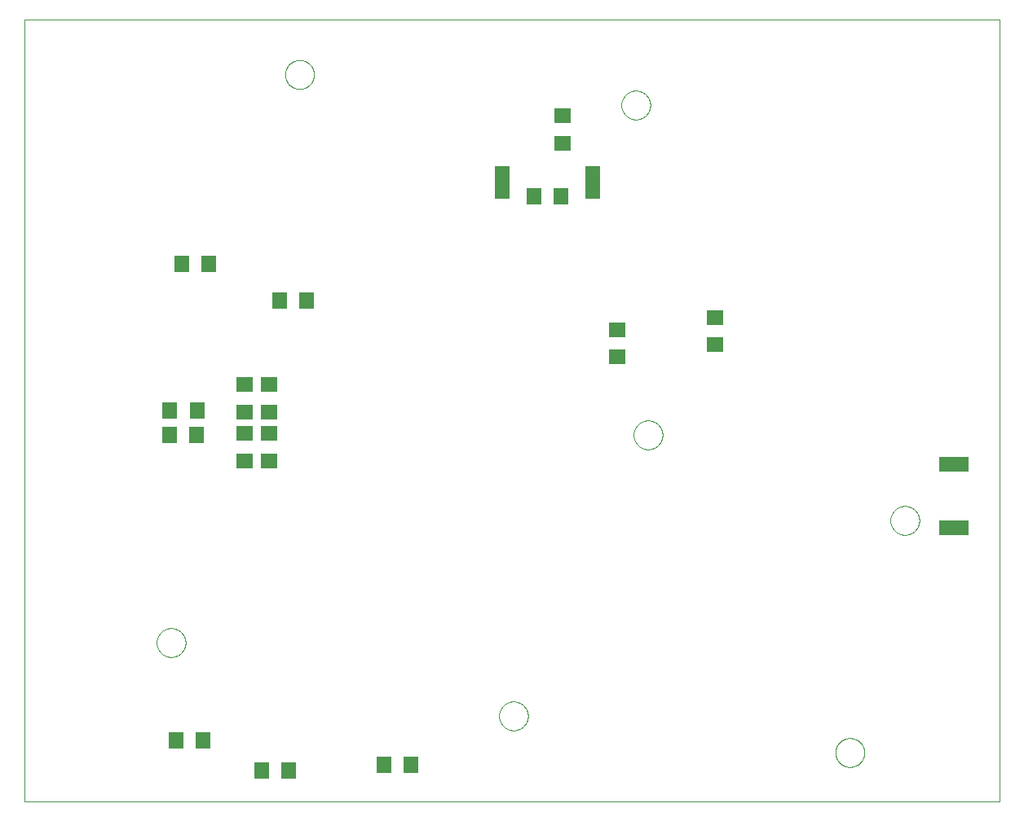
<source format=gbp>
G75*
%MOIN*%
%OFA0B0*%
%FSLAX25Y25*%
%IPPOS*%
%LPD*%
%AMOC8*
5,1,8,0,0,1.08239X$1,22.5*
%
%ADD10C,0.00000*%
%ADD11R,0.06299X0.07087*%
%ADD12R,0.07087X0.06299*%
%ADD13R,0.07098X0.06299*%
%ADD14R,0.06299X0.07098*%
%ADD15R,0.06000X0.13386*%
%ADD16R,0.12400X0.06100*%
D10*
X0005000Y0037627D02*
X0005000Y0357588D01*
X0403701Y0357588D01*
X0403701Y0037627D01*
X0005000Y0037627D01*
X0059094Y0102627D02*
X0059096Y0102780D01*
X0059102Y0102934D01*
X0059112Y0103087D01*
X0059126Y0103239D01*
X0059144Y0103392D01*
X0059166Y0103543D01*
X0059191Y0103694D01*
X0059221Y0103845D01*
X0059255Y0103995D01*
X0059292Y0104143D01*
X0059333Y0104291D01*
X0059378Y0104437D01*
X0059427Y0104583D01*
X0059480Y0104727D01*
X0059536Y0104869D01*
X0059596Y0105010D01*
X0059660Y0105150D01*
X0059727Y0105288D01*
X0059798Y0105424D01*
X0059873Y0105558D01*
X0059950Y0105690D01*
X0060032Y0105820D01*
X0060116Y0105948D01*
X0060204Y0106074D01*
X0060295Y0106197D01*
X0060389Y0106318D01*
X0060487Y0106436D01*
X0060587Y0106552D01*
X0060691Y0106665D01*
X0060797Y0106776D01*
X0060906Y0106884D01*
X0061018Y0106989D01*
X0061132Y0107090D01*
X0061250Y0107189D01*
X0061369Y0107285D01*
X0061491Y0107378D01*
X0061616Y0107467D01*
X0061743Y0107554D01*
X0061872Y0107636D01*
X0062003Y0107716D01*
X0062136Y0107792D01*
X0062271Y0107865D01*
X0062408Y0107934D01*
X0062547Y0107999D01*
X0062687Y0108061D01*
X0062829Y0108119D01*
X0062972Y0108174D01*
X0063117Y0108225D01*
X0063263Y0108272D01*
X0063410Y0108315D01*
X0063558Y0108354D01*
X0063707Y0108390D01*
X0063857Y0108421D01*
X0064008Y0108449D01*
X0064159Y0108473D01*
X0064312Y0108493D01*
X0064464Y0108509D01*
X0064617Y0108521D01*
X0064770Y0108529D01*
X0064923Y0108533D01*
X0065077Y0108533D01*
X0065230Y0108529D01*
X0065383Y0108521D01*
X0065536Y0108509D01*
X0065688Y0108493D01*
X0065841Y0108473D01*
X0065992Y0108449D01*
X0066143Y0108421D01*
X0066293Y0108390D01*
X0066442Y0108354D01*
X0066590Y0108315D01*
X0066737Y0108272D01*
X0066883Y0108225D01*
X0067028Y0108174D01*
X0067171Y0108119D01*
X0067313Y0108061D01*
X0067453Y0107999D01*
X0067592Y0107934D01*
X0067729Y0107865D01*
X0067864Y0107792D01*
X0067997Y0107716D01*
X0068128Y0107636D01*
X0068257Y0107554D01*
X0068384Y0107467D01*
X0068509Y0107378D01*
X0068631Y0107285D01*
X0068750Y0107189D01*
X0068868Y0107090D01*
X0068982Y0106989D01*
X0069094Y0106884D01*
X0069203Y0106776D01*
X0069309Y0106665D01*
X0069413Y0106552D01*
X0069513Y0106436D01*
X0069611Y0106318D01*
X0069705Y0106197D01*
X0069796Y0106074D01*
X0069884Y0105948D01*
X0069968Y0105820D01*
X0070050Y0105690D01*
X0070127Y0105558D01*
X0070202Y0105424D01*
X0070273Y0105288D01*
X0070340Y0105150D01*
X0070404Y0105010D01*
X0070464Y0104869D01*
X0070520Y0104727D01*
X0070573Y0104583D01*
X0070622Y0104437D01*
X0070667Y0104291D01*
X0070708Y0104143D01*
X0070745Y0103995D01*
X0070779Y0103845D01*
X0070809Y0103694D01*
X0070834Y0103543D01*
X0070856Y0103392D01*
X0070874Y0103239D01*
X0070888Y0103087D01*
X0070898Y0102934D01*
X0070904Y0102780D01*
X0070906Y0102627D01*
X0070904Y0102474D01*
X0070898Y0102320D01*
X0070888Y0102167D01*
X0070874Y0102015D01*
X0070856Y0101862D01*
X0070834Y0101711D01*
X0070809Y0101560D01*
X0070779Y0101409D01*
X0070745Y0101259D01*
X0070708Y0101111D01*
X0070667Y0100963D01*
X0070622Y0100817D01*
X0070573Y0100671D01*
X0070520Y0100527D01*
X0070464Y0100385D01*
X0070404Y0100244D01*
X0070340Y0100104D01*
X0070273Y0099966D01*
X0070202Y0099830D01*
X0070127Y0099696D01*
X0070050Y0099564D01*
X0069968Y0099434D01*
X0069884Y0099306D01*
X0069796Y0099180D01*
X0069705Y0099057D01*
X0069611Y0098936D01*
X0069513Y0098818D01*
X0069413Y0098702D01*
X0069309Y0098589D01*
X0069203Y0098478D01*
X0069094Y0098370D01*
X0068982Y0098265D01*
X0068868Y0098164D01*
X0068750Y0098065D01*
X0068631Y0097969D01*
X0068509Y0097876D01*
X0068384Y0097787D01*
X0068257Y0097700D01*
X0068128Y0097618D01*
X0067997Y0097538D01*
X0067864Y0097462D01*
X0067729Y0097389D01*
X0067592Y0097320D01*
X0067453Y0097255D01*
X0067313Y0097193D01*
X0067171Y0097135D01*
X0067028Y0097080D01*
X0066883Y0097029D01*
X0066737Y0096982D01*
X0066590Y0096939D01*
X0066442Y0096900D01*
X0066293Y0096864D01*
X0066143Y0096833D01*
X0065992Y0096805D01*
X0065841Y0096781D01*
X0065688Y0096761D01*
X0065536Y0096745D01*
X0065383Y0096733D01*
X0065230Y0096725D01*
X0065077Y0096721D01*
X0064923Y0096721D01*
X0064770Y0096725D01*
X0064617Y0096733D01*
X0064464Y0096745D01*
X0064312Y0096761D01*
X0064159Y0096781D01*
X0064008Y0096805D01*
X0063857Y0096833D01*
X0063707Y0096864D01*
X0063558Y0096900D01*
X0063410Y0096939D01*
X0063263Y0096982D01*
X0063117Y0097029D01*
X0062972Y0097080D01*
X0062829Y0097135D01*
X0062687Y0097193D01*
X0062547Y0097255D01*
X0062408Y0097320D01*
X0062271Y0097389D01*
X0062136Y0097462D01*
X0062003Y0097538D01*
X0061872Y0097618D01*
X0061743Y0097700D01*
X0061616Y0097787D01*
X0061491Y0097876D01*
X0061369Y0097969D01*
X0061250Y0098065D01*
X0061132Y0098164D01*
X0061018Y0098265D01*
X0060906Y0098370D01*
X0060797Y0098478D01*
X0060691Y0098589D01*
X0060587Y0098702D01*
X0060487Y0098818D01*
X0060389Y0098936D01*
X0060295Y0099057D01*
X0060204Y0099180D01*
X0060116Y0099306D01*
X0060032Y0099434D01*
X0059950Y0099564D01*
X0059873Y0099696D01*
X0059798Y0099830D01*
X0059727Y0099966D01*
X0059660Y0100104D01*
X0059596Y0100244D01*
X0059536Y0100385D01*
X0059480Y0100527D01*
X0059427Y0100671D01*
X0059378Y0100817D01*
X0059333Y0100963D01*
X0059292Y0101111D01*
X0059255Y0101259D01*
X0059221Y0101409D01*
X0059191Y0101560D01*
X0059166Y0101711D01*
X0059144Y0101862D01*
X0059126Y0102015D01*
X0059112Y0102167D01*
X0059102Y0102320D01*
X0059096Y0102474D01*
X0059094Y0102627D01*
X0199094Y0072627D02*
X0199096Y0072780D01*
X0199102Y0072934D01*
X0199112Y0073087D01*
X0199126Y0073239D01*
X0199144Y0073392D01*
X0199166Y0073543D01*
X0199191Y0073694D01*
X0199221Y0073845D01*
X0199255Y0073995D01*
X0199292Y0074143D01*
X0199333Y0074291D01*
X0199378Y0074437D01*
X0199427Y0074583D01*
X0199480Y0074727D01*
X0199536Y0074869D01*
X0199596Y0075010D01*
X0199660Y0075150D01*
X0199727Y0075288D01*
X0199798Y0075424D01*
X0199873Y0075558D01*
X0199950Y0075690D01*
X0200032Y0075820D01*
X0200116Y0075948D01*
X0200204Y0076074D01*
X0200295Y0076197D01*
X0200389Y0076318D01*
X0200487Y0076436D01*
X0200587Y0076552D01*
X0200691Y0076665D01*
X0200797Y0076776D01*
X0200906Y0076884D01*
X0201018Y0076989D01*
X0201132Y0077090D01*
X0201250Y0077189D01*
X0201369Y0077285D01*
X0201491Y0077378D01*
X0201616Y0077467D01*
X0201743Y0077554D01*
X0201872Y0077636D01*
X0202003Y0077716D01*
X0202136Y0077792D01*
X0202271Y0077865D01*
X0202408Y0077934D01*
X0202547Y0077999D01*
X0202687Y0078061D01*
X0202829Y0078119D01*
X0202972Y0078174D01*
X0203117Y0078225D01*
X0203263Y0078272D01*
X0203410Y0078315D01*
X0203558Y0078354D01*
X0203707Y0078390D01*
X0203857Y0078421D01*
X0204008Y0078449D01*
X0204159Y0078473D01*
X0204312Y0078493D01*
X0204464Y0078509D01*
X0204617Y0078521D01*
X0204770Y0078529D01*
X0204923Y0078533D01*
X0205077Y0078533D01*
X0205230Y0078529D01*
X0205383Y0078521D01*
X0205536Y0078509D01*
X0205688Y0078493D01*
X0205841Y0078473D01*
X0205992Y0078449D01*
X0206143Y0078421D01*
X0206293Y0078390D01*
X0206442Y0078354D01*
X0206590Y0078315D01*
X0206737Y0078272D01*
X0206883Y0078225D01*
X0207028Y0078174D01*
X0207171Y0078119D01*
X0207313Y0078061D01*
X0207453Y0077999D01*
X0207592Y0077934D01*
X0207729Y0077865D01*
X0207864Y0077792D01*
X0207997Y0077716D01*
X0208128Y0077636D01*
X0208257Y0077554D01*
X0208384Y0077467D01*
X0208509Y0077378D01*
X0208631Y0077285D01*
X0208750Y0077189D01*
X0208868Y0077090D01*
X0208982Y0076989D01*
X0209094Y0076884D01*
X0209203Y0076776D01*
X0209309Y0076665D01*
X0209413Y0076552D01*
X0209513Y0076436D01*
X0209611Y0076318D01*
X0209705Y0076197D01*
X0209796Y0076074D01*
X0209884Y0075948D01*
X0209968Y0075820D01*
X0210050Y0075690D01*
X0210127Y0075558D01*
X0210202Y0075424D01*
X0210273Y0075288D01*
X0210340Y0075150D01*
X0210404Y0075010D01*
X0210464Y0074869D01*
X0210520Y0074727D01*
X0210573Y0074583D01*
X0210622Y0074437D01*
X0210667Y0074291D01*
X0210708Y0074143D01*
X0210745Y0073995D01*
X0210779Y0073845D01*
X0210809Y0073694D01*
X0210834Y0073543D01*
X0210856Y0073392D01*
X0210874Y0073239D01*
X0210888Y0073087D01*
X0210898Y0072934D01*
X0210904Y0072780D01*
X0210906Y0072627D01*
X0210904Y0072474D01*
X0210898Y0072320D01*
X0210888Y0072167D01*
X0210874Y0072015D01*
X0210856Y0071862D01*
X0210834Y0071711D01*
X0210809Y0071560D01*
X0210779Y0071409D01*
X0210745Y0071259D01*
X0210708Y0071111D01*
X0210667Y0070963D01*
X0210622Y0070817D01*
X0210573Y0070671D01*
X0210520Y0070527D01*
X0210464Y0070385D01*
X0210404Y0070244D01*
X0210340Y0070104D01*
X0210273Y0069966D01*
X0210202Y0069830D01*
X0210127Y0069696D01*
X0210050Y0069564D01*
X0209968Y0069434D01*
X0209884Y0069306D01*
X0209796Y0069180D01*
X0209705Y0069057D01*
X0209611Y0068936D01*
X0209513Y0068818D01*
X0209413Y0068702D01*
X0209309Y0068589D01*
X0209203Y0068478D01*
X0209094Y0068370D01*
X0208982Y0068265D01*
X0208868Y0068164D01*
X0208750Y0068065D01*
X0208631Y0067969D01*
X0208509Y0067876D01*
X0208384Y0067787D01*
X0208257Y0067700D01*
X0208128Y0067618D01*
X0207997Y0067538D01*
X0207864Y0067462D01*
X0207729Y0067389D01*
X0207592Y0067320D01*
X0207453Y0067255D01*
X0207313Y0067193D01*
X0207171Y0067135D01*
X0207028Y0067080D01*
X0206883Y0067029D01*
X0206737Y0066982D01*
X0206590Y0066939D01*
X0206442Y0066900D01*
X0206293Y0066864D01*
X0206143Y0066833D01*
X0205992Y0066805D01*
X0205841Y0066781D01*
X0205688Y0066761D01*
X0205536Y0066745D01*
X0205383Y0066733D01*
X0205230Y0066725D01*
X0205077Y0066721D01*
X0204923Y0066721D01*
X0204770Y0066725D01*
X0204617Y0066733D01*
X0204464Y0066745D01*
X0204312Y0066761D01*
X0204159Y0066781D01*
X0204008Y0066805D01*
X0203857Y0066833D01*
X0203707Y0066864D01*
X0203558Y0066900D01*
X0203410Y0066939D01*
X0203263Y0066982D01*
X0203117Y0067029D01*
X0202972Y0067080D01*
X0202829Y0067135D01*
X0202687Y0067193D01*
X0202547Y0067255D01*
X0202408Y0067320D01*
X0202271Y0067389D01*
X0202136Y0067462D01*
X0202003Y0067538D01*
X0201872Y0067618D01*
X0201743Y0067700D01*
X0201616Y0067787D01*
X0201491Y0067876D01*
X0201369Y0067969D01*
X0201250Y0068065D01*
X0201132Y0068164D01*
X0201018Y0068265D01*
X0200906Y0068370D01*
X0200797Y0068478D01*
X0200691Y0068589D01*
X0200587Y0068702D01*
X0200487Y0068818D01*
X0200389Y0068936D01*
X0200295Y0069057D01*
X0200204Y0069180D01*
X0200116Y0069306D01*
X0200032Y0069434D01*
X0199950Y0069564D01*
X0199873Y0069696D01*
X0199798Y0069830D01*
X0199727Y0069966D01*
X0199660Y0070104D01*
X0199596Y0070244D01*
X0199536Y0070385D01*
X0199480Y0070527D01*
X0199427Y0070671D01*
X0199378Y0070817D01*
X0199333Y0070963D01*
X0199292Y0071111D01*
X0199255Y0071259D01*
X0199221Y0071409D01*
X0199191Y0071560D01*
X0199166Y0071711D01*
X0199144Y0071862D01*
X0199126Y0072015D01*
X0199112Y0072167D01*
X0199102Y0072320D01*
X0199096Y0072474D01*
X0199094Y0072627D01*
X0254094Y0187627D02*
X0254096Y0187780D01*
X0254102Y0187934D01*
X0254112Y0188087D01*
X0254126Y0188239D01*
X0254144Y0188392D01*
X0254166Y0188543D01*
X0254191Y0188694D01*
X0254221Y0188845D01*
X0254255Y0188995D01*
X0254292Y0189143D01*
X0254333Y0189291D01*
X0254378Y0189437D01*
X0254427Y0189583D01*
X0254480Y0189727D01*
X0254536Y0189869D01*
X0254596Y0190010D01*
X0254660Y0190150D01*
X0254727Y0190288D01*
X0254798Y0190424D01*
X0254873Y0190558D01*
X0254950Y0190690D01*
X0255032Y0190820D01*
X0255116Y0190948D01*
X0255204Y0191074D01*
X0255295Y0191197D01*
X0255389Y0191318D01*
X0255487Y0191436D01*
X0255587Y0191552D01*
X0255691Y0191665D01*
X0255797Y0191776D01*
X0255906Y0191884D01*
X0256018Y0191989D01*
X0256132Y0192090D01*
X0256250Y0192189D01*
X0256369Y0192285D01*
X0256491Y0192378D01*
X0256616Y0192467D01*
X0256743Y0192554D01*
X0256872Y0192636D01*
X0257003Y0192716D01*
X0257136Y0192792D01*
X0257271Y0192865D01*
X0257408Y0192934D01*
X0257547Y0192999D01*
X0257687Y0193061D01*
X0257829Y0193119D01*
X0257972Y0193174D01*
X0258117Y0193225D01*
X0258263Y0193272D01*
X0258410Y0193315D01*
X0258558Y0193354D01*
X0258707Y0193390D01*
X0258857Y0193421D01*
X0259008Y0193449D01*
X0259159Y0193473D01*
X0259312Y0193493D01*
X0259464Y0193509D01*
X0259617Y0193521D01*
X0259770Y0193529D01*
X0259923Y0193533D01*
X0260077Y0193533D01*
X0260230Y0193529D01*
X0260383Y0193521D01*
X0260536Y0193509D01*
X0260688Y0193493D01*
X0260841Y0193473D01*
X0260992Y0193449D01*
X0261143Y0193421D01*
X0261293Y0193390D01*
X0261442Y0193354D01*
X0261590Y0193315D01*
X0261737Y0193272D01*
X0261883Y0193225D01*
X0262028Y0193174D01*
X0262171Y0193119D01*
X0262313Y0193061D01*
X0262453Y0192999D01*
X0262592Y0192934D01*
X0262729Y0192865D01*
X0262864Y0192792D01*
X0262997Y0192716D01*
X0263128Y0192636D01*
X0263257Y0192554D01*
X0263384Y0192467D01*
X0263509Y0192378D01*
X0263631Y0192285D01*
X0263750Y0192189D01*
X0263868Y0192090D01*
X0263982Y0191989D01*
X0264094Y0191884D01*
X0264203Y0191776D01*
X0264309Y0191665D01*
X0264413Y0191552D01*
X0264513Y0191436D01*
X0264611Y0191318D01*
X0264705Y0191197D01*
X0264796Y0191074D01*
X0264884Y0190948D01*
X0264968Y0190820D01*
X0265050Y0190690D01*
X0265127Y0190558D01*
X0265202Y0190424D01*
X0265273Y0190288D01*
X0265340Y0190150D01*
X0265404Y0190010D01*
X0265464Y0189869D01*
X0265520Y0189727D01*
X0265573Y0189583D01*
X0265622Y0189437D01*
X0265667Y0189291D01*
X0265708Y0189143D01*
X0265745Y0188995D01*
X0265779Y0188845D01*
X0265809Y0188694D01*
X0265834Y0188543D01*
X0265856Y0188392D01*
X0265874Y0188239D01*
X0265888Y0188087D01*
X0265898Y0187934D01*
X0265904Y0187780D01*
X0265906Y0187627D01*
X0265904Y0187474D01*
X0265898Y0187320D01*
X0265888Y0187167D01*
X0265874Y0187015D01*
X0265856Y0186862D01*
X0265834Y0186711D01*
X0265809Y0186560D01*
X0265779Y0186409D01*
X0265745Y0186259D01*
X0265708Y0186111D01*
X0265667Y0185963D01*
X0265622Y0185817D01*
X0265573Y0185671D01*
X0265520Y0185527D01*
X0265464Y0185385D01*
X0265404Y0185244D01*
X0265340Y0185104D01*
X0265273Y0184966D01*
X0265202Y0184830D01*
X0265127Y0184696D01*
X0265050Y0184564D01*
X0264968Y0184434D01*
X0264884Y0184306D01*
X0264796Y0184180D01*
X0264705Y0184057D01*
X0264611Y0183936D01*
X0264513Y0183818D01*
X0264413Y0183702D01*
X0264309Y0183589D01*
X0264203Y0183478D01*
X0264094Y0183370D01*
X0263982Y0183265D01*
X0263868Y0183164D01*
X0263750Y0183065D01*
X0263631Y0182969D01*
X0263509Y0182876D01*
X0263384Y0182787D01*
X0263257Y0182700D01*
X0263128Y0182618D01*
X0262997Y0182538D01*
X0262864Y0182462D01*
X0262729Y0182389D01*
X0262592Y0182320D01*
X0262453Y0182255D01*
X0262313Y0182193D01*
X0262171Y0182135D01*
X0262028Y0182080D01*
X0261883Y0182029D01*
X0261737Y0181982D01*
X0261590Y0181939D01*
X0261442Y0181900D01*
X0261293Y0181864D01*
X0261143Y0181833D01*
X0260992Y0181805D01*
X0260841Y0181781D01*
X0260688Y0181761D01*
X0260536Y0181745D01*
X0260383Y0181733D01*
X0260230Y0181725D01*
X0260077Y0181721D01*
X0259923Y0181721D01*
X0259770Y0181725D01*
X0259617Y0181733D01*
X0259464Y0181745D01*
X0259312Y0181761D01*
X0259159Y0181781D01*
X0259008Y0181805D01*
X0258857Y0181833D01*
X0258707Y0181864D01*
X0258558Y0181900D01*
X0258410Y0181939D01*
X0258263Y0181982D01*
X0258117Y0182029D01*
X0257972Y0182080D01*
X0257829Y0182135D01*
X0257687Y0182193D01*
X0257547Y0182255D01*
X0257408Y0182320D01*
X0257271Y0182389D01*
X0257136Y0182462D01*
X0257003Y0182538D01*
X0256872Y0182618D01*
X0256743Y0182700D01*
X0256616Y0182787D01*
X0256491Y0182876D01*
X0256369Y0182969D01*
X0256250Y0183065D01*
X0256132Y0183164D01*
X0256018Y0183265D01*
X0255906Y0183370D01*
X0255797Y0183478D01*
X0255691Y0183589D01*
X0255587Y0183702D01*
X0255487Y0183818D01*
X0255389Y0183936D01*
X0255295Y0184057D01*
X0255204Y0184180D01*
X0255116Y0184306D01*
X0255032Y0184434D01*
X0254950Y0184564D01*
X0254873Y0184696D01*
X0254798Y0184830D01*
X0254727Y0184966D01*
X0254660Y0185104D01*
X0254596Y0185244D01*
X0254536Y0185385D01*
X0254480Y0185527D01*
X0254427Y0185671D01*
X0254378Y0185817D01*
X0254333Y0185963D01*
X0254292Y0186111D01*
X0254255Y0186259D01*
X0254221Y0186409D01*
X0254191Y0186560D01*
X0254166Y0186711D01*
X0254144Y0186862D01*
X0254126Y0187015D01*
X0254112Y0187167D01*
X0254102Y0187320D01*
X0254096Y0187474D01*
X0254094Y0187627D01*
X0359094Y0152627D02*
X0359096Y0152780D01*
X0359102Y0152934D01*
X0359112Y0153087D01*
X0359126Y0153239D01*
X0359144Y0153392D01*
X0359166Y0153543D01*
X0359191Y0153694D01*
X0359221Y0153845D01*
X0359255Y0153995D01*
X0359292Y0154143D01*
X0359333Y0154291D01*
X0359378Y0154437D01*
X0359427Y0154583D01*
X0359480Y0154727D01*
X0359536Y0154869D01*
X0359596Y0155010D01*
X0359660Y0155150D01*
X0359727Y0155288D01*
X0359798Y0155424D01*
X0359873Y0155558D01*
X0359950Y0155690D01*
X0360032Y0155820D01*
X0360116Y0155948D01*
X0360204Y0156074D01*
X0360295Y0156197D01*
X0360389Y0156318D01*
X0360487Y0156436D01*
X0360587Y0156552D01*
X0360691Y0156665D01*
X0360797Y0156776D01*
X0360906Y0156884D01*
X0361018Y0156989D01*
X0361132Y0157090D01*
X0361250Y0157189D01*
X0361369Y0157285D01*
X0361491Y0157378D01*
X0361616Y0157467D01*
X0361743Y0157554D01*
X0361872Y0157636D01*
X0362003Y0157716D01*
X0362136Y0157792D01*
X0362271Y0157865D01*
X0362408Y0157934D01*
X0362547Y0157999D01*
X0362687Y0158061D01*
X0362829Y0158119D01*
X0362972Y0158174D01*
X0363117Y0158225D01*
X0363263Y0158272D01*
X0363410Y0158315D01*
X0363558Y0158354D01*
X0363707Y0158390D01*
X0363857Y0158421D01*
X0364008Y0158449D01*
X0364159Y0158473D01*
X0364312Y0158493D01*
X0364464Y0158509D01*
X0364617Y0158521D01*
X0364770Y0158529D01*
X0364923Y0158533D01*
X0365077Y0158533D01*
X0365230Y0158529D01*
X0365383Y0158521D01*
X0365536Y0158509D01*
X0365688Y0158493D01*
X0365841Y0158473D01*
X0365992Y0158449D01*
X0366143Y0158421D01*
X0366293Y0158390D01*
X0366442Y0158354D01*
X0366590Y0158315D01*
X0366737Y0158272D01*
X0366883Y0158225D01*
X0367028Y0158174D01*
X0367171Y0158119D01*
X0367313Y0158061D01*
X0367453Y0157999D01*
X0367592Y0157934D01*
X0367729Y0157865D01*
X0367864Y0157792D01*
X0367997Y0157716D01*
X0368128Y0157636D01*
X0368257Y0157554D01*
X0368384Y0157467D01*
X0368509Y0157378D01*
X0368631Y0157285D01*
X0368750Y0157189D01*
X0368868Y0157090D01*
X0368982Y0156989D01*
X0369094Y0156884D01*
X0369203Y0156776D01*
X0369309Y0156665D01*
X0369413Y0156552D01*
X0369513Y0156436D01*
X0369611Y0156318D01*
X0369705Y0156197D01*
X0369796Y0156074D01*
X0369884Y0155948D01*
X0369968Y0155820D01*
X0370050Y0155690D01*
X0370127Y0155558D01*
X0370202Y0155424D01*
X0370273Y0155288D01*
X0370340Y0155150D01*
X0370404Y0155010D01*
X0370464Y0154869D01*
X0370520Y0154727D01*
X0370573Y0154583D01*
X0370622Y0154437D01*
X0370667Y0154291D01*
X0370708Y0154143D01*
X0370745Y0153995D01*
X0370779Y0153845D01*
X0370809Y0153694D01*
X0370834Y0153543D01*
X0370856Y0153392D01*
X0370874Y0153239D01*
X0370888Y0153087D01*
X0370898Y0152934D01*
X0370904Y0152780D01*
X0370906Y0152627D01*
X0370904Y0152474D01*
X0370898Y0152320D01*
X0370888Y0152167D01*
X0370874Y0152015D01*
X0370856Y0151862D01*
X0370834Y0151711D01*
X0370809Y0151560D01*
X0370779Y0151409D01*
X0370745Y0151259D01*
X0370708Y0151111D01*
X0370667Y0150963D01*
X0370622Y0150817D01*
X0370573Y0150671D01*
X0370520Y0150527D01*
X0370464Y0150385D01*
X0370404Y0150244D01*
X0370340Y0150104D01*
X0370273Y0149966D01*
X0370202Y0149830D01*
X0370127Y0149696D01*
X0370050Y0149564D01*
X0369968Y0149434D01*
X0369884Y0149306D01*
X0369796Y0149180D01*
X0369705Y0149057D01*
X0369611Y0148936D01*
X0369513Y0148818D01*
X0369413Y0148702D01*
X0369309Y0148589D01*
X0369203Y0148478D01*
X0369094Y0148370D01*
X0368982Y0148265D01*
X0368868Y0148164D01*
X0368750Y0148065D01*
X0368631Y0147969D01*
X0368509Y0147876D01*
X0368384Y0147787D01*
X0368257Y0147700D01*
X0368128Y0147618D01*
X0367997Y0147538D01*
X0367864Y0147462D01*
X0367729Y0147389D01*
X0367592Y0147320D01*
X0367453Y0147255D01*
X0367313Y0147193D01*
X0367171Y0147135D01*
X0367028Y0147080D01*
X0366883Y0147029D01*
X0366737Y0146982D01*
X0366590Y0146939D01*
X0366442Y0146900D01*
X0366293Y0146864D01*
X0366143Y0146833D01*
X0365992Y0146805D01*
X0365841Y0146781D01*
X0365688Y0146761D01*
X0365536Y0146745D01*
X0365383Y0146733D01*
X0365230Y0146725D01*
X0365077Y0146721D01*
X0364923Y0146721D01*
X0364770Y0146725D01*
X0364617Y0146733D01*
X0364464Y0146745D01*
X0364312Y0146761D01*
X0364159Y0146781D01*
X0364008Y0146805D01*
X0363857Y0146833D01*
X0363707Y0146864D01*
X0363558Y0146900D01*
X0363410Y0146939D01*
X0363263Y0146982D01*
X0363117Y0147029D01*
X0362972Y0147080D01*
X0362829Y0147135D01*
X0362687Y0147193D01*
X0362547Y0147255D01*
X0362408Y0147320D01*
X0362271Y0147389D01*
X0362136Y0147462D01*
X0362003Y0147538D01*
X0361872Y0147618D01*
X0361743Y0147700D01*
X0361616Y0147787D01*
X0361491Y0147876D01*
X0361369Y0147969D01*
X0361250Y0148065D01*
X0361132Y0148164D01*
X0361018Y0148265D01*
X0360906Y0148370D01*
X0360797Y0148478D01*
X0360691Y0148589D01*
X0360587Y0148702D01*
X0360487Y0148818D01*
X0360389Y0148936D01*
X0360295Y0149057D01*
X0360204Y0149180D01*
X0360116Y0149306D01*
X0360032Y0149434D01*
X0359950Y0149564D01*
X0359873Y0149696D01*
X0359798Y0149830D01*
X0359727Y0149966D01*
X0359660Y0150104D01*
X0359596Y0150244D01*
X0359536Y0150385D01*
X0359480Y0150527D01*
X0359427Y0150671D01*
X0359378Y0150817D01*
X0359333Y0150963D01*
X0359292Y0151111D01*
X0359255Y0151259D01*
X0359221Y0151409D01*
X0359191Y0151560D01*
X0359166Y0151711D01*
X0359144Y0151862D01*
X0359126Y0152015D01*
X0359112Y0152167D01*
X0359102Y0152320D01*
X0359096Y0152474D01*
X0359094Y0152627D01*
X0336594Y0057627D02*
X0336596Y0057780D01*
X0336602Y0057934D01*
X0336612Y0058087D01*
X0336626Y0058239D01*
X0336644Y0058392D01*
X0336666Y0058543D01*
X0336691Y0058694D01*
X0336721Y0058845D01*
X0336755Y0058995D01*
X0336792Y0059143D01*
X0336833Y0059291D01*
X0336878Y0059437D01*
X0336927Y0059583D01*
X0336980Y0059727D01*
X0337036Y0059869D01*
X0337096Y0060010D01*
X0337160Y0060150D01*
X0337227Y0060288D01*
X0337298Y0060424D01*
X0337373Y0060558D01*
X0337450Y0060690D01*
X0337532Y0060820D01*
X0337616Y0060948D01*
X0337704Y0061074D01*
X0337795Y0061197D01*
X0337889Y0061318D01*
X0337987Y0061436D01*
X0338087Y0061552D01*
X0338191Y0061665D01*
X0338297Y0061776D01*
X0338406Y0061884D01*
X0338518Y0061989D01*
X0338632Y0062090D01*
X0338750Y0062189D01*
X0338869Y0062285D01*
X0338991Y0062378D01*
X0339116Y0062467D01*
X0339243Y0062554D01*
X0339372Y0062636D01*
X0339503Y0062716D01*
X0339636Y0062792D01*
X0339771Y0062865D01*
X0339908Y0062934D01*
X0340047Y0062999D01*
X0340187Y0063061D01*
X0340329Y0063119D01*
X0340472Y0063174D01*
X0340617Y0063225D01*
X0340763Y0063272D01*
X0340910Y0063315D01*
X0341058Y0063354D01*
X0341207Y0063390D01*
X0341357Y0063421D01*
X0341508Y0063449D01*
X0341659Y0063473D01*
X0341812Y0063493D01*
X0341964Y0063509D01*
X0342117Y0063521D01*
X0342270Y0063529D01*
X0342423Y0063533D01*
X0342577Y0063533D01*
X0342730Y0063529D01*
X0342883Y0063521D01*
X0343036Y0063509D01*
X0343188Y0063493D01*
X0343341Y0063473D01*
X0343492Y0063449D01*
X0343643Y0063421D01*
X0343793Y0063390D01*
X0343942Y0063354D01*
X0344090Y0063315D01*
X0344237Y0063272D01*
X0344383Y0063225D01*
X0344528Y0063174D01*
X0344671Y0063119D01*
X0344813Y0063061D01*
X0344953Y0062999D01*
X0345092Y0062934D01*
X0345229Y0062865D01*
X0345364Y0062792D01*
X0345497Y0062716D01*
X0345628Y0062636D01*
X0345757Y0062554D01*
X0345884Y0062467D01*
X0346009Y0062378D01*
X0346131Y0062285D01*
X0346250Y0062189D01*
X0346368Y0062090D01*
X0346482Y0061989D01*
X0346594Y0061884D01*
X0346703Y0061776D01*
X0346809Y0061665D01*
X0346913Y0061552D01*
X0347013Y0061436D01*
X0347111Y0061318D01*
X0347205Y0061197D01*
X0347296Y0061074D01*
X0347384Y0060948D01*
X0347468Y0060820D01*
X0347550Y0060690D01*
X0347627Y0060558D01*
X0347702Y0060424D01*
X0347773Y0060288D01*
X0347840Y0060150D01*
X0347904Y0060010D01*
X0347964Y0059869D01*
X0348020Y0059727D01*
X0348073Y0059583D01*
X0348122Y0059437D01*
X0348167Y0059291D01*
X0348208Y0059143D01*
X0348245Y0058995D01*
X0348279Y0058845D01*
X0348309Y0058694D01*
X0348334Y0058543D01*
X0348356Y0058392D01*
X0348374Y0058239D01*
X0348388Y0058087D01*
X0348398Y0057934D01*
X0348404Y0057780D01*
X0348406Y0057627D01*
X0348404Y0057474D01*
X0348398Y0057320D01*
X0348388Y0057167D01*
X0348374Y0057015D01*
X0348356Y0056862D01*
X0348334Y0056711D01*
X0348309Y0056560D01*
X0348279Y0056409D01*
X0348245Y0056259D01*
X0348208Y0056111D01*
X0348167Y0055963D01*
X0348122Y0055817D01*
X0348073Y0055671D01*
X0348020Y0055527D01*
X0347964Y0055385D01*
X0347904Y0055244D01*
X0347840Y0055104D01*
X0347773Y0054966D01*
X0347702Y0054830D01*
X0347627Y0054696D01*
X0347550Y0054564D01*
X0347468Y0054434D01*
X0347384Y0054306D01*
X0347296Y0054180D01*
X0347205Y0054057D01*
X0347111Y0053936D01*
X0347013Y0053818D01*
X0346913Y0053702D01*
X0346809Y0053589D01*
X0346703Y0053478D01*
X0346594Y0053370D01*
X0346482Y0053265D01*
X0346368Y0053164D01*
X0346250Y0053065D01*
X0346131Y0052969D01*
X0346009Y0052876D01*
X0345884Y0052787D01*
X0345757Y0052700D01*
X0345628Y0052618D01*
X0345497Y0052538D01*
X0345364Y0052462D01*
X0345229Y0052389D01*
X0345092Y0052320D01*
X0344953Y0052255D01*
X0344813Y0052193D01*
X0344671Y0052135D01*
X0344528Y0052080D01*
X0344383Y0052029D01*
X0344237Y0051982D01*
X0344090Y0051939D01*
X0343942Y0051900D01*
X0343793Y0051864D01*
X0343643Y0051833D01*
X0343492Y0051805D01*
X0343341Y0051781D01*
X0343188Y0051761D01*
X0343036Y0051745D01*
X0342883Y0051733D01*
X0342730Y0051725D01*
X0342577Y0051721D01*
X0342423Y0051721D01*
X0342270Y0051725D01*
X0342117Y0051733D01*
X0341964Y0051745D01*
X0341812Y0051761D01*
X0341659Y0051781D01*
X0341508Y0051805D01*
X0341357Y0051833D01*
X0341207Y0051864D01*
X0341058Y0051900D01*
X0340910Y0051939D01*
X0340763Y0051982D01*
X0340617Y0052029D01*
X0340472Y0052080D01*
X0340329Y0052135D01*
X0340187Y0052193D01*
X0340047Y0052255D01*
X0339908Y0052320D01*
X0339771Y0052389D01*
X0339636Y0052462D01*
X0339503Y0052538D01*
X0339372Y0052618D01*
X0339243Y0052700D01*
X0339116Y0052787D01*
X0338991Y0052876D01*
X0338869Y0052969D01*
X0338750Y0053065D01*
X0338632Y0053164D01*
X0338518Y0053265D01*
X0338406Y0053370D01*
X0338297Y0053478D01*
X0338191Y0053589D01*
X0338087Y0053702D01*
X0337987Y0053818D01*
X0337889Y0053936D01*
X0337795Y0054057D01*
X0337704Y0054180D01*
X0337616Y0054306D01*
X0337532Y0054434D01*
X0337450Y0054564D01*
X0337373Y0054696D01*
X0337298Y0054830D01*
X0337227Y0054966D01*
X0337160Y0055104D01*
X0337096Y0055244D01*
X0337036Y0055385D01*
X0336980Y0055527D01*
X0336927Y0055671D01*
X0336878Y0055817D01*
X0336833Y0055963D01*
X0336792Y0056111D01*
X0336755Y0056259D01*
X0336721Y0056409D01*
X0336691Y0056560D01*
X0336666Y0056711D01*
X0336644Y0056862D01*
X0336626Y0057015D01*
X0336612Y0057167D01*
X0336602Y0057320D01*
X0336596Y0057474D01*
X0336594Y0057627D01*
X0249094Y0322627D02*
X0249096Y0322780D01*
X0249102Y0322934D01*
X0249112Y0323087D01*
X0249126Y0323239D01*
X0249144Y0323392D01*
X0249166Y0323543D01*
X0249191Y0323694D01*
X0249221Y0323845D01*
X0249255Y0323995D01*
X0249292Y0324143D01*
X0249333Y0324291D01*
X0249378Y0324437D01*
X0249427Y0324583D01*
X0249480Y0324727D01*
X0249536Y0324869D01*
X0249596Y0325010D01*
X0249660Y0325150D01*
X0249727Y0325288D01*
X0249798Y0325424D01*
X0249873Y0325558D01*
X0249950Y0325690D01*
X0250032Y0325820D01*
X0250116Y0325948D01*
X0250204Y0326074D01*
X0250295Y0326197D01*
X0250389Y0326318D01*
X0250487Y0326436D01*
X0250587Y0326552D01*
X0250691Y0326665D01*
X0250797Y0326776D01*
X0250906Y0326884D01*
X0251018Y0326989D01*
X0251132Y0327090D01*
X0251250Y0327189D01*
X0251369Y0327285D01*
X0251491Y0327378D01*
X0251616Y0327467D01*
X0251743Y0327554D01*
X0251872Y0327636D01*
X0252003Y0327716D01*
X0252136Y0327792D01*
X0252271Y0327865D01*
X0252408Y0327934D01*
X0252547Y0327999D01*
X0252687Y0328061D01*
X0252829Y0328119D01*
X0252972Y0328174D01*
X0253117Y0328225D01*
X0253263Y0328272D01*
X0253410Y0328315D01*
X0253558Y0328354D01*
X0253707Y0328390D01*
X0253857Y0328421D01*
X0254008Y0328449D01*
X0254159Y0328473D01*
X0254312Y0328493D01*
X0254464Y0328509D01*
X0254617Y0328521D01*
X0254770Y0328529D01*
X0254923Y0328533D01*
X0255077Y0328533D01*
X0255230Y0328529D01*
X0255383Y0328521D01*
X0255536Y0328509D01*
X0255688Y0328493D01*
X0255841Y0328473D01*
X0255992Y0328449D01*
X0256143Y0328421D01*
X0256293Y0328390D01*
X0256442Y0328354D01*
X0256590Y0328315D01*
X0256737Y0328272D01*
X0256883Y0328225D01*
X0257028Y0328174D01*
X0257171Y0328119D01*
X0257313Y0328061D01*
X0257453Y0327999D01*
X0257592Y0327934D01*
X0257729Y0327865D01*
X0257864Y0327792D01*
X0257997Y0327716D01*
X0258128Y0327636D01*
X0258257Y0327554D01*
X0258384Y0327467D01*
X0258509Y0327378D01*
X0258631Y0327285D01*
X0258750Y0327189D01*
X0258868Y0327090D01*
X0258982Y0326989D01*
X0259094Y0326884D01*
X0259203Y0326776D01*
X0259309Y0326665D01*
X0259413Y0326552D01*
X0259513Y0326436D01*
X0259611Y0326318D01*
X0259705Y0326197D01*
X0259796Y0326074D01*
X0259884Y0325948D01*
X0259968Y0325820D01*
X0260050Y0325690D01*
X0260127Y0325558D01*
X0260202Y0325424D01*
X0260273Y0325288D01*
X0260340Y0325150D01*
X0260404Y0325010D01*
X0260464Y0324869D01*
X0260520Y0324727D01*
X0260573Y0324583D01*
X0260622Y0324437D01*
X0260667Y0324291D01*
X0260708Y0324143D01*
X0260745Y0323995D01*
X0260779Y0323845D01*
X0260809Y0323694D01*
X0260834Y0323543D01*
X0260856Y0323392D01*
X0260874Y0323239D01*
X0260888Y0323087D01*
X0260898Y0322934D01*
X0260904Y0322780D01*
X0260906Y0322627D01*
X0260904Y0322474D01*
X0260898Y0322320D01*
X0260888Y0322167D01*
X0260874Y0322015D01*
X0260856Y0321862D01*
X0260834Y0321711D01*
X0260809Y0321560D01*
X0260779Y0321409D01*
X0260745Y0321259D01*
X0260708Y0321111D01*
X0260667Y0320963D01*
X0260622Y0320817D01*
X0260573Y0320671D01*
X0260520Y0320527D01*
X0260464Y0320385D01*
X0260404Y0320244D01*
X0260340Y0320104D01*
X0260273Y0319966D01*
X0260202Y0319830D01*
X0260127Y0319696D01*
X0260050Y0319564D01*
X0259968Y0319434D01*
X0259884Y0319306D01*
X0259796Y0319180D01*
X0259705Y0319057D01*
X0259611Y0318936D01*
X0259513Y0318818D01*
X0259413Y0318702D01*
X0259309Y0318589D01*
X0259203Y0318478D01*
X0259094Y0318370D01*
X0258982Y0318265D01*
X0258868Y0318164D01*
X0258750Y0318065D01*
X0258631Y0317969D01*
X0258509Y0317876D01*
X0258384Y0317787D01*
X0258257Y0317700D01*
X0258128Y0317618D01*
X0257997Y0317538D01*
X0257864Y0317462D01*
X0257729Y0317389D01*
X0257592Y0317320D01*
X0257453Y0317255D01*
X0257313Y0317193D01*
X0257171Y0317135D01*
X0257028Y0317080D01*
X0256883Y0317029D01*
X0256737Y0316982D01*
X0256590Y0316939D01*
X0256442Y0316900D01*
X0256293Y0316864D01*
X0256143Y0316833D01*
X0255992Y0316805D01*
X0255841Y0316781D01*
X0255688Y0316761D01*
X0255536Y0316745D01*
X0255383Y0316733D01*
X0255230Y0316725D01*
X0255077Y0316721D01*
X0254923Y0316721D01*
X0254770Y0316725D01*
X0254617Y0316733D01*
X0254464Y0316745D01*
X0254312Y0316761D01*
X0254159Y0316781D01*
X0254008Y0316805D01*
X0253857Y0316833D01*
X0253707Y0316864D01*
X0253558Y0316900D01*
X0253410Y0316939D01*
X0253263Y0316982D01*
X0253117Y0317029D01*
X0252972Y0317080D01*
X0252829Y0317135D01*
X0252687Y0317193D01*
X0252547Y0317255D01*
X0252408Y0317320D01*
X0252271Y0317389D01*
X0252136Y0317462D01*
X0252003Y0317538D01*
X0251872Y0317618D01*
X0251743Y0317700D01*
X0251616Y0317787D01*
X0251491Y0317876D01*
X0251369Y0317969D01*
X0251250Y0318065D01*
X0251132Y0318164D01*
X0251018Y0318265D01*
X0250906Y0318370D01*
X0250797Y0318478D01*
X0250691Y0318589D01*
X0250587Y0318702D01*
X0250487Y0318818D01*
X0250389Y0318936D01*
X0250295Y0319057D01*
X0250204Y0319180D01*
X0250116Y0319306D01*
X0250032Y0319434D01*
X0249950Y0319564D01*
X0249873Y0319696D01*
X0249798Y0319830D01*
X0249727Y0319966D01*
X0249660Y0320104D01*
X0249596Y0320244D01*
X0249536Y0320385D01*
X0249480Y0320527D01*
X0249427Y0320671D01*
X0249378Y0320817D01*
X0249333Y0320963D01*
X0249292Y0321111D01*
X0249255Y0321259D01*
X0249221Y0321409D01*
X0249191Y0321560D01*
X0249166Y0321711D01*
X0249144Y0321862D01*
X0249126Y0322015D01*
X0249112Y0322167D01*
X0249102Y0322320D01*
X0249096Y0322474D01*
X0249094Y0322627D01*
X0111594Y0335127D02*
X0111596Y0335280D01*
X0111602Y0335434D01*
X0111612Y0335587D01*
X0111626Y0335739D01*
X0111644Y0335892D01*
X0111666Y0336043D01*
X0111691Y0336194D01*
X0111721Y0336345D01*
X0111755Y0336495D01*
X0111792Y0336643D01*
X0111833Y0336791D01*
X0111878Y0336937D01*
X0111927Y0337083D01*
X0111980Y0337227D01*
X0112036Y0337369D01*
X0112096Y0337510D01*
X0112160Y0337650D01*
X0112227Y0337788D01*
X0112298Y0337924D01*
X0112373Y0338058D01*
X0112450Y0338190D01*
X0112532Y0338320D01*
X0112616Y0338448D01*
X0112704Y0338574D01*
X0112795Y0338697D01*
X0112889Y0338818D01*
X0112987Y0338936D01*
X0113087Y0339052D01*
X0113191Y0339165D01*
X0113297Y0339276D01*
X0113406Y0339384D01*
X0113518Y0339489D01*
X0113632Y0339590D01*
X0113750Y0339689D01*
X0113869Y0339785D01*
X0113991Y0339878D01*
X0114116Y0339967D01*
X0114243Y0340054D01*
X0114372Y0340136D01*
X0114503Y0340216D01*
X0114636Y0340292D01*
X0114771Y0340365D01*
X0114908Y0340434D01*
X0115047Y0340499D01*
X0115187Y0340561D01*
X0115329Y0340619D01*
X0115472Y0340674D01*
X0115617Y0340725D01*
X0115763Y0340772D01*
X0115910Y0340815D01*
X0116058Y0340854D01*
X0116207Y0340890D01*
X0116357Y0340921D01*
X0116508Y0340949D01*
X0116659Y0340973D01*
X0116812Y0340993D01*
X0116964Y0341009D01*
X0117117Y0341021D01*
X0117270Y0341029D01*
X0117423Y0341033D01*
X0117577Y0341033D01*
X0117730Y0341029D01*
X0117883Y0341021D01*
X0118036Y0341009D01*
X0118188Y0340993D01*
X0118341Y0340973D01*
X0118492Y0340949D01*
X0118643Y0340921D01*
X0118793Y0340890D01*
X0118942Y0340854D01*
X0119090Y0340815D01*
X0119237Y0340772D01*
X0119383Y0340725D01*
X0119528Y0340674D01*
X0119671Y0340619D01*
X0119813Y0340561D01*
X0119953Y0340499D01*
X0120092Y0340434D01*
X0120229Y0340365D01*
X0120364Y0340292D01*
X0120497Y0340216D01*
X0120628Y0340136D01*
X0120757Y0340054D01*
X0120884Y0339967D01*
X0121009Y0339878D01*
X0121131Y0339785D01*
X0121250Y0339689D01*
X0121368Y0339590D01*
X0121482Y0339489D01*
X0121594Y0339384D01*
X0121703Y0339276D01*
X0121809Y0339165D01*
X0121913Y0339052D01*
X0122013Y0338936D01*
X0122111Y0338818D01*
X0122205Y0338697D01*
X0122296Y0338574D01*
X0122384Y0338448D01*
X0122468Y0338320D01*
X0122550Y0338190D01*
X0122627Y0338058D01*
X0122702Y0337924D01*
X0122773Y0337788D01*
X0122840Y0337650D01*
X0122904Y0337510D01*
X0122964Y0337369D01*
X0123020Y0337227D01*
X0123073Y0337083D01*
X0123122Y0336937D01*
X0123167Y0336791D01*
X0123208Y0336643D01*
X0123245Y0336495D01*
X0123279Y0336345D01*
X0123309Y0336194D01*
X0123334Y0336043D01*
X0123356Y0335892D01*
X0123374Y0335739D01*
X0123388Y0335587D01*
X0123398Y0335434D01*
X0123404Y0335280D01*
X0123406Y0335127D01*
X0123404Y0334974D01*
X0123398Y0334820D01*
X0123388Y0334667D01*
X0123374Y0334515D01*
X0123356Y0334362D01*
X0123334Y0334211D01*
X0123309Y0334060D01*
X0123279Y0333909D01*
X0123245Y0333759D01*
X0123208Y0333611D01*
X0123167Y0333463D01*
X0123122Y0333317D01*
X0123073Y0333171D01*
X0123020Y0333027D01*
X0122964Y0332885D01*
X0122904Y0332744D01*
X0122840Y0332604D01*
X0122773Y0332466D01*
X0122702Y0332330D01*
X0122627Y0332196D01*
X0122550Y0332064D01*
X0122468Y0331934D01*
X0122384Y0331806D01*
X0122296Y0331680D01*
X0122205Y0331557D01*
X0122111Y0331436D01*
X0122013Y0331318D01*
X0121913Y0331202D01*
X0121809Y0331089D01*
X0121703Y0330978D01*
X0121594Y0330870D01*
X0121482Y0330765D01*
X0121368Y0330664D01*
X0121250Y0330565D01*
X0121131Y0330469D01*
X0121009Y0330376D01*
X0120884Y0330287D01*
X0120757Y0330200D01*
X0120628Y0330118D01*
X0120497Y0330038D01*
X0120364Y0329962D01*
X0120229Y0329889D01*
X0120092Y0329820D01*
X0119953Y0329755D01*
X0119813Y0329693D01*
X0119671Y0329635D01*
X0119528Y0329580D01*
X0119383Y0329529D01*
X0119237Y0329482D01*
X0119090Y0329439D01*
X0118942Y0329400D01*
X0118793Y0329364D01*
X0118643Y0329333D01*
X0118492Y0329305D01*
X0118341Y0329281D01*
X0118188Y0329261D01*
X0118036Y0329245D01*
X0117883Y0329233D01*
X0117730Y0329225D01*
X0117577Y0329221D01*
X0117423Y0329221D01*
X0117270Y0329225D01*
X0117117Y0329233D01*
X0116964Y0329245D01*
X0116812Y0329261D01*
X0116659Y0329281D01*
X0116508Y0329305D01*
X0116357Y0329333D01*
X0116207Y0329364D01*
X0116058Y0329400D01*
X0115910Y0329439D01*
X0115763Y0329482D01*
X0115617Y0329529D01*
X0115472Y0329580D01*
X0115329Y0329635D01*
X0115187Y0329693D01*
X0115047Y0329755D01*
X0114908Y0329820D01*
X0114771Y0329889D01*
X0114636Y0329962D01*
X0114503Y0330038D01*
X0114372Y0330118D01*
X0114243Y0330200D01*
X0114116Y0330287D01*
X0113991Y0330376D01*
X0113869Y0330469D01*
X0113750Y0330565D01*
X0113632Y0330664D01*
X0113518Y0330765D01*
X0113406Y0330870D01*
X0113297Y0330978D01*
X0113191Y0331089D01*
X0113087Y0331202D01*
X0112987Y0331318D01*
X0112889Y0331436D01*
X0112795Y0331557D01*
X0112704Y0331680D01*
X0112616Y0331806D01*
X0112532Y0331934D01*
X0112450Y0332064D01*
X0112373Y0332196D01*
X0112298Y0332330D01*
X0112227Y0332466D01*
X0112160Y0332604D01*
X0112096Y0332744D01*
X0112036Y0332885D01*
X0111980Y0333027D01*
X0111927Y0333171D01*
X0111878Y0333317D01*
X0111833Y0333463D01*
X0111792Y0333611D01*
X0111755Y0333759D01*
X0111721Y0333909D01*
X0111691Y0334060D01*
X0111666Y0334211D01*
X0111644Y0334362D01*
X0111626Y0334515D01*
X0111612Y0334667D01*
X0111602Y0334820D01*
X0111596Y0334974D01*
X0111594Y0335127D01*
D11*
X0080512Y0257627D03*
X0069488Y0257627D03*
X0109488Y0242627D03*
X0120512Y0242627D03*
X0075512Y0187627D03*
X0064488Y0187627D03*
X0066988Y0062627D03*
X0078012Y0062627D03*
X0101988Y0050127D03*
X0113012Y0050127D03*
X0151988Y0052627D03*
X0163012Y0052627D03*
X0213238Y0285127D03*
X0224262Y0285127D03*
D12*
X0225000Y0307115D03*
X0225000Y0318139D03*
X0287500Y0235639D03*
X0287500Y0224615D03*
X0247500Y0219615D03*
X0247500Y0230639D03*
X0105000Y0208139D03*
X0105000Y0197115D03*
X0095000Y0188139D03*
X0095000Y0177115D03*
D13*
X0105000Y0177028D03*
X0105000Y0188225D03*
X0095000Y0197028D03*
X0095000Y0208225D03*
D14*
X0075598Y0197627D03*
X0064402Y0197627D03*
D15*
X0200276Y0290973D03*
X0237520Y0290973D03*
D16*
X0385000Y0175727D03*
X0385000Y0149527D03*
M02*

</source>
